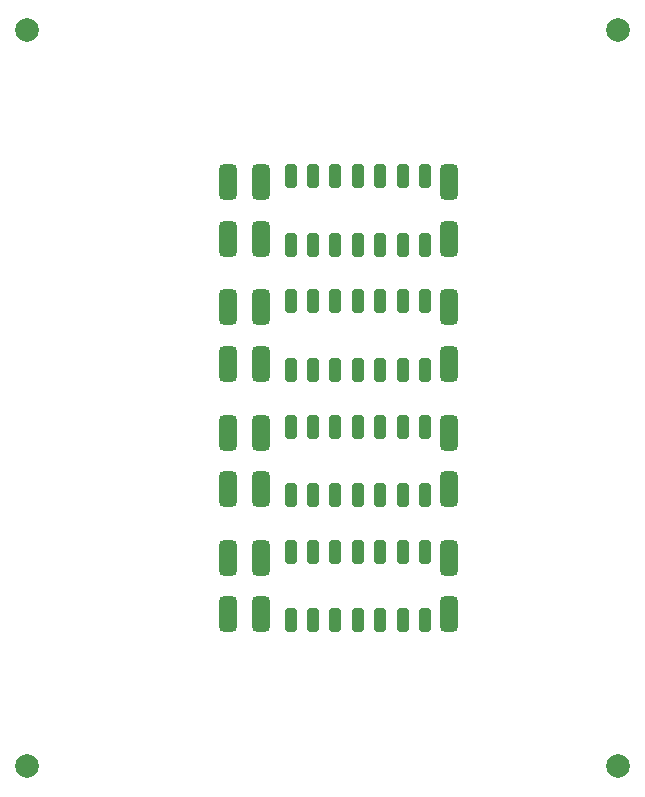
<source format=gts>
G04 #@! TF.GenerationSoftware,KiCad,Pcbnew,9.0.0*
G04 #@! TF.CreationDate,2025-03-13T21:56:03-04:00*
G04 #@! TF.ProjectId,e24-receiver-board,6532342d-7265-4636-9569-7665722d626f,v0.1.1*
G04 #@! TF.SameCoordinates,Original*
G04 #@! TF.FileFunction,Soldermask,Top*
G04 #@! TF.FilePolarity,Negative*
%FSLAX46Y46*%
G04 Gerber Fmt 4.6, Leading zero omitted, Abs format (unit mm)*
G04 Created by KiCad (PCBNEW 9.0.0) date 2025-03-13 21:56:03*
%MOMM*%
%LPD*%
G01*
G04 APERTURE LIST*
G04 Aperture macros list*
%AMRoundRect*
0 Rectangle with rounded corners*
0 $1 Rounding radius*
0 $2 $3 $4 $5 $6 $7 $8 $9 X,Y pos of 4 corners*
0 Add a 4 corners polygon primitive as box body*
4,1,4,$2,$3,$4,$5,$6,$7,$8,$9,$2,$3,0*
0 Add four circle primitives for the rounded corners*
1,1,$1+$1,$2,$3*
1,1,$1+$1,$4,$5*
1,1,$1+$1,$6,$7*
1,1,$1+$1,$8,$9*
0 Add four rect primitives between the rounded corners*
20,1,$1+$1,$2,$3,$4,$5,0*
20,1,$1+$1,$4,$5,$6,$7,0*
20,1,$1+$1,$6,$7,$8,$9,0*
20,1,$1+$1,$8,$9,$2,$3,0*%
G04 Aperture macros list end*
%ADD10RoundRect,0.250000X-0.250000X-0.750000X0.250000X-0.750000X0.250000X0.750000X-0.250000X0.750000X0*%
%ADD11C,2.000000*%
%ADD12RoundRect,0.375000X-0.375000X-1.125000X0.375000X-1.125000X0.375000X1.125000X-0.375000X1.125000X0*%
G04 APERTURE END LIST*
D10*
G04 #@! TO.C,J17*
X38000000Y-26800000D03*
G04 #@! TD*
D11*
G04 #@! TO.C,KiKit_FID_T_1*
X10000000Y-3850000D03*
G04 #@! TD*
D12*
G04 #@! TO.C,J21*
X45700000Y-37900000D03*
G04 #@! TD*
G04 #@! TO.C,J13*
X29800000Y-48500000D03*
G04 #@! TD*
D10*
G04 #@! TO.C,J16*
X36100000Y-26800000D03*
G04 #@! TD*
D11*
G04 #@! TO.C,KiKit_FID_T_3*
X10000000Y-66150000D03*
G04 #@! TD*
D12*
G04 #@! TO.C,J2*
X27000000Y-21500000D03*
G04 #@! TD*
D10*
G04 #@! TO.C,J20*
X43700000Y-16200000D03*
G04 #@! TD*
G04 #@! TO.C,J5*
X34200000Y-22000000D03*
G04 #@! TD*
G04 #@! TO.C,J14*
X32300000Y-16200000D03*
G04 #@! TD*
D12*
G04 #@! TO.C,J2*
X27000000Y-32100000D03*
G04 #@! TD*
D10*
G04 #@! TO.C,J15*
X34200000Y-37400000D03*
G04 #@! TD*
G04 #@! TO.C,J20*
X43700000Y-48000000D03*
G04 #@! TD*
D12*
G04 #@! TO.C,J11*
X45700000Y-32100000D03*
G04 #@! TD*
D10*
G04 #@! TO.C,J14*
X32300000Y-48000000D03*
G04 #@! TD*
D12*
G04 #@! TO.C,J13*
X29800000Y-27300000D03*
G04 #@! TD*
G04 #@! TO.C,J11*
X45700000Y-42700000D03*
G04 #@! TD*
D10*
G04 #@! TO.C,J9*
X41800000Y-43200000D03*
G04 #@! TD*
G04 #@! TO.C,J15*
X34200000Y-48000000D03*
G04 #@! TD*
D12*
G04 #@! TO.C,J21*
X45700000Y-48500000D03*
G04 #@! TD*
D10*
G04 #@! TO.C,J15*
X34200000Y-16200000D03*
G04 #@! TD*
G04 #@! TO.C,J8*
X39900000Y-53800000D03*
G04 #@! TD*
G04 #@! TO.C,J16*
X36100000Y-48000000D03*
G04 #@! TD*
G04 #@! TO.C,J7*
X38000000Y-32600000D03*
G04 #@! TD*
G04 #@! TO.C,J4*
X32300000Y-32600000D03*
G04 #@! TD*
G04 #@! TO.C,J17*
X38000000Y-37400000D03*
G04 #@! TD*
D12*
G04 #@! TO.C,J3*
X29800000Y-53300000D03*
G04 #@! TD*
D10*
G04 #@! TO.C,J10*
X43700000Y-32600000D03*
G04 #@! TD*
G04 #@! TO.C,J16*
X36100000Y-37400000D03*
G04 #@! TD*
G04 #@! TO.C,J18*
X39900000Y-26800000D03*
G04 #@! TD*
G04 #@! TO.C,J10*
X43700000Y-22000000D03*
G04 #@! TD*
G04 #@! TO.C,J6*
X36100000Y-32600000D03*
G04 #@! TD*
G04 #@! TO.C,J14*
X32300000Y-26800000D03*
G04 #@! TD*
D11*
G04 #@! TO.C,KiKit_FID_T_4*
X60000000Y-66150000D03*
G04 #@! TD*
D10*
G04 #@! TO.C,J9*
X41800000Y-22000000D03*
G04 #@! TD*
D12*
G04 #@! TO.C,J12*
X27000000Y-16700000D03*
G04 #@! TD*
D10*
G04 #@! TO.C,J20*
X43700000Y-37400000D03*
G04 #@! TD*
G04 #@! TO.C,J8*
X39900000Y-22000000D03*
G04 #@! TD*
G04 #@! TO.C,J6*
X36100000Y-43200000D03*
G04 #@! TD*
G04 #@! TO.C,J6*
X36100000Y-53800000D03*
G04 #@! TD*
D12*
G04 #@! TO.C,J11*
X45700000Y-21500000D03*
G04 #@! TD*
D10*
G04 #@! TO.C,J18*
X39900000Y-48000000D03*
G04 #@! TD*
G04 #@! TO.C,J10*
X43700000Y-43200000D03*
G04 #@! TD*
G04 #@! TO.C,J4*
X32300000Y-53800000D03*
G04 #@! TD*
D12*
G04 #@! TO.C,J3*
X29800000Y-42700000D03*
G04 #@! TD*
D10*
G04 #@! TO.C,J18*
X39900000Y-16200000D03*
G04 #@! TD*
G04 #@! TO.C,J17*
X38000000Y-16200000D03*
G04 #@! TD*
D11*
G04 #@! TO.C,KiKit_FID_T_2*
X60000000Y-3850000D03*
G04 #@! TD*
D10*
G04 #@! TO.C,J6*
X36100000Y-22000000D03*
G04 #@! TD*
G04 #@! TO.C,J5*
X34200000Y-32600000D03*
G04 #@! TD*
D12*
G04 #@! TO.C,J13*
X29800000Y-16700000D03*
G04 #@! TD*
D10*
G04 #@! TO.C,J7*
X38000000Y-53800000D03*
G04 #@! TD*
G04 #@! TO.C,J9*
X41800000Y-53800000D03*
G04 #@! TD*
G04 #@! TO.C,J19*
X41800000Y-26800000D03*
G04 #@! TD*
G04 #@! TO.C,J20*
X43700000Y-26800000D03*
G04 #@! TD*
D12*
G04 #@! TO.C,J12*
X27000000Y-37900000D03*
G04 #@! TD*
D10*
G04 #@! TO.C,J7*
X38000000Y-43200000D03*
G04 #@! TD*
D12*
G04 #@! TO.C,J12*
X27000000Y-27300000D03*
G04 #@! TD*
G04 #@! TO.C,J13*
X29800000Y-37900000D03*
G04 #@! TD*
G04 #@! TO.C,J3*
X29800000Y-21500000D03*
G04 #@! TD*
D10*
G04 #@! TO.C,J4*
X32300000Y-22000000D03*
G04 #@! TD*
D12*
G04 #@! TO.C,J12*
X27000000Y-48500000D03*
G04 #@! TD*
D10*
G04 #@! TO.C,J19*
X41800000Y-37400000D03*
G04 #@! TD*
D12*
G04 #@! TO.C,J3*
X29800000Y-32100000D03*
G04 #@! TD*
D10*
G04 #@! TO.C,J9*
X41800000Y-32600000D03*
G04 #@! TD*
G04 #@! TO.C,J8*
X39900000Y-32600000D03*
G04 #@! TD*
G04 #@! TO.C,J18*
X39900000Y-37400000D03*
G04 #@! TD*
D12*
G04 #@! TO.C,J11*
X45700000Y-53300000D03*
G04 #@! TD*
G04 #@! TO.C,J21*
X45700000Y-27300000D03*
G04 #@! TD*
D10*
G04 #@! TO.C,J10*
X43700000Y-53800000D03*
G04 #@! TD*
G04 #@! TO.C,J19*
X41800000Y-16200000D03*
G04 #@! TD*
G04 #@! TO.C,J4*
X32300000Y-43200000D03*
G04 #@! TD*
G04 #@! TO.C,J15*
X34200000Y-26800000D03*
G04 #@! TD*
G04 #@! TO.C,J5*
X34200000Y-43200000D03*
G04 #@! TD*
G04 #@! TO.C,J17*
X38000000Y-48000000D03*
G04 #@! TD*
D12*
G04 #@! TO.C,J2*
X27000000Y-53300000D03*
G04 #@! TD*
G04 #@! TO.C,J2*
X27000000Y-42700000D03*
G04 #@! TD*
D10*
G04 #@! TO.C,J19*
X41800000Y-48000000D03*
G04 #@! TD*
D12*
G04 #@! TO.C,J21*
X45700000Y-16700000D03*
G04 #@! TD*
D10*
G04 #@! TO.C,J14*
X32300000Y-37400000D03*
G04 #@! TD*
G04 #@! TO.C,J8*
X39900000Y-43200000D03*
G04 #@! TD*
G04 #@! TO.C,J5*
X34200000Y-53800000D03*
G04 #@! TD*
G04 #@! TO.C,J16*
X36100000Y-16200000D03*
G04 #@! TD*
G04 #@! TO.C,J7*
X38000000Y-22000000D03*
G04 #@! TD*
M02*

</source>
